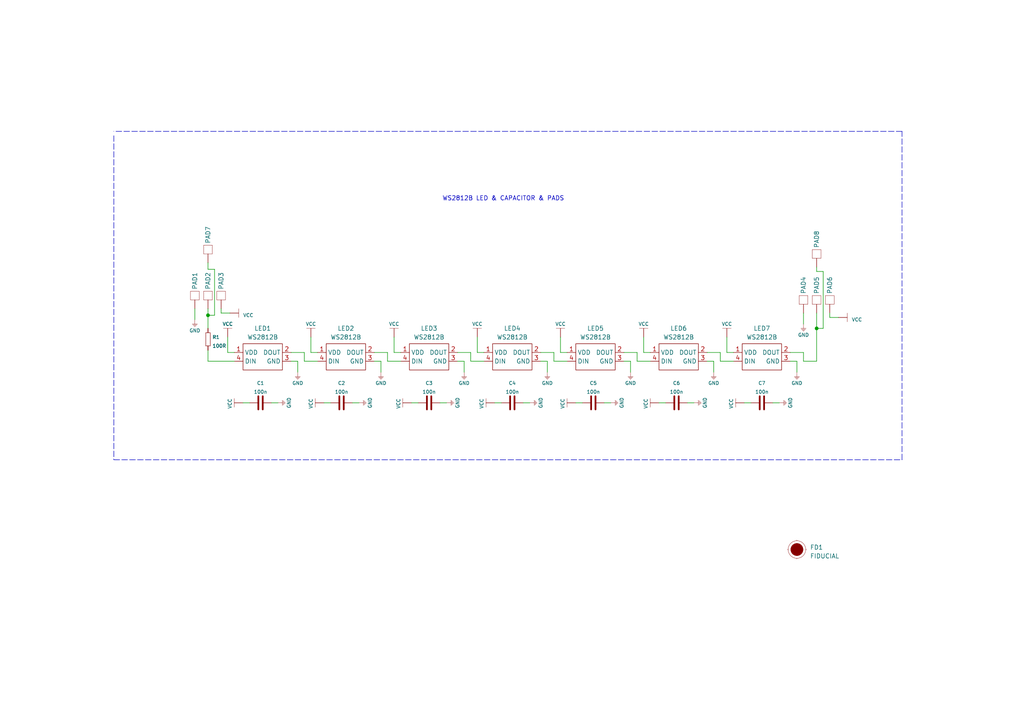
<source format=kicad_sch>
(kicad_sch (version 20211123) (generator eeschema)

  (uuid 25e546e1-a985-4f88-be34-40499372279d)

  (paper "A4")

  (title_block
    (title "WS2812B LED Ring7")
    (date "2021-07-26")
    (rev "v1.0.0.")
    (company "SOLDERED")
    (comment 1 "333055")
  )

  (lib_symbols
    (symbol "e-radionica.com schematics:0603C" (pin_numbers hide) (pin_names (offset 0.002)) (in_bom yes) (on_board yes)
      (property "Reference" "C" (id 0) (at -0.635 3.175 0)
        (effects (font (size 1 1)))
      )
      (property "Value" "0603C" (id 1) (at 0 -3.175 0)
        (effects (font (size 1 1)))
      )
      (property "Footprint" "e-radionica.com footprinti:0603C" (id 2) (at 0 0 0)
        (effects (font (size 1 1)) hide)
      )
      (property "Datasheet" "" (id 3) (at 0 0 0)
        (effects (font (size 1 1)) hide)
      )
      (symbol "0603C_0_1"
        (polyline
          (pts
            (xy -0.635 1.905)
            (xy -0.635 -1.905)
          )
          (stroke (width 0.5) (type default) (color 0 0 0 0))
          (fill (type none))
        )
        (polyline
          (pts
            (xy 0.635 1.905)
            (xy 0.635 -1.905)
          )
          (stroke (width 0.5) (type default) (color 0 0 0 0))
          (fill (type none))
        )
      )
      (symbol "0603C_1_1"
        (pin passive line (at -3.175 0 0) (length 2.54)
          (name "~" (effects (font (size 1.27 1.27))))
          (number "1" (effects (font (size 1.27 1.27))))
        )
        (pin passive line (at 3.175 0 180) (length 2.54)
          (name "~" (effects (font (size 1.27 1.27))))
          (number "2" (effects (font (size 1.27 1.27))))
        )
      )
    )
    (symbol "e-radionica.com schematics:0603R" (pin_numbers hide) (pin_names (offset 0.254)) (in_bom yes) (on_board yes)
      (property "Reference" "R" (id 0) (at -1.905 1.905 0)
        (effects (font (size 1 1)))
      )
      (property "Value" "0603R" (id 1) (at 0 -1.905 0)
        (effects (font (size 1 1)))
      )
      (property "Footprint" "e-radionica.com footprinti:0603R" (id 2) (at -0.635 1.905 0)
        (effects (font (size 1 1)) hide)
      )
      (property "Datasheet" "" (id 3) (at -0.635 1.905 0)
        (effects (font (size 1 1)) hide)
      )
      (symbol "0603R_0_1"
        (rectangle (start -1.905 -0.635) (end 1.905 -0.6604)
          (stroke (width 0.1) (type default) (color 0 0 0 0))
          (fill (type none))
        )
        (rectangle (start -1.905 0.635) (end -1.8796 -0.635)
          (stroke (width 0.1) (type default) (color 0 0 0 0))
          (fill (type none))
        )
        (rectangle (start -1.905 0.635) (end 1.905 0.6096)
          (stroke (width 0.1) (type default) (color 0 0 0 0))
          (fill (type none))
        )
        (rectangle (start 1.905 0.635) (end 1.9304 -0.635)
          (stroke (width 0.1) (type default) (color 0 0 0 0))
          (fill (type none))
        )
      )
      (symbol "0603R_1_1"
        (pin passive line (at -3.175 0 0) (length 1.27)
          (name "~" (effects (font (size 1.27 1.27))))
          (number "1" (effects (font (size 1.27 1.27))))
        )
        (pin passive line (at 3.175 0 180) (length 1.27)
          (name "~" (effects (font (size 1.27 1.27))))
          (number "2" (effects (font (size 1.27 1.27))))
        )
      )
    )
    (symbol "e-radionica.com schematics:FIDUCIAL" (in_bom no) (on_board yes)
      (property "Reference" "FD" (id 0) (at 0 3.81 0)
        (effects (font (size 1.27 1.27)))
      )
      (property "Value" "FIDUCIAL" (id 1) (at 0 -3.81 0)
        (effects (font (size 1.27 1.27)))
      )
      (property "Footprint" "e-radionica.com footprinti:FIDUCIAL_23" (id 2) (at 0.254 -5.334 0)
        (effects (font (size 1.27 1.27)) hide)
      )
      (property "Datasheet" "" (id 3) (at 0 0 0)
        (effects (font (size 1.27 1.27)) hide)
      )
      (symbol "FIDUCIAL_0_1"
        (polyline
          (pts
            (xy -2.54 0)
            (xy -2.794 0)
          )
          (stroke (width 0.0006) (type default) (color 0 0 0 0))
          (fill (type none))
        )
        (polyline
          (pts
            (xy 0 -2.54)
            (xy 0 -2.794)
          )
          (stroke (width 0.0006) (type default) (color 0 0 0 0))
          (fill (type none))
        )
        (polyline
          (pts
            (xy 0 2.54)
            (xy 0 2.794)
          )
          (stroke (width 0.0006) (type default) (color 0 0 0 0))
          (fill (type none))
        )
        (polyline
          (pts
            (xy 2.54 0)
            (xy 2.794 0)
          )
          (stroke (width 0.0006) (type default) (color 0 0 0 0))
          (fill (type none))
        )
        (circle (center 0 0) (radius 1.7961)
          (stroke (width 0.001) (type default) (color 0 0 0 0))
          (fill (type outline))
        )
        (circle (center 0 0) (radius 2.54)
          (stroke (width 0.0006) (type default) (color 0 0 0 0))
          (fill (type none))
        )
      )
    )
    (symbol "e-radionica.com schematics:GND" (power) (pin_names (offset 0)) (in_bom yes) (on_board yes)
      (property "Reference" "#PWR" (id 0) (at 4.445 0 0)
        (effects (font (size 1 1)) hide)
      )
      (property "Value" "GND" (id 1) (at 0 -2.921 0)
        (effects (font (size 1 1)))
      )
      (property "Footprint" "" (id 2) (at 4.445 3.81 0)
        (effects (font (size 1 1)) hide)
      )
      (property "Datasheet" "" (id 3) (at 4.445 3.81 0)
        (effects (font (size 1 1)) hide)
      )
      (property "ki_keywords" "power-flag" (id 4) (at 0 0 0)
        (effects (font (size 1.27 1.27)) hide)
      )
      (property "ki_description" "Power symbol creates a global label with name \"GND\"" (id 5) (at 0 0 0)
        (effects (font (size 1.27 1.27)) hide)
      )
      (symbol "GND_0_1"
        (polyline
          (pts
            (xy -0.762 -1.27)
            (xy 0.762 -1.27)
          )
          (stroke (width 0.0006) (type default) (color 0 0 0 0))
          (fill (type none))
        )
        (polyline
          (pts
            (xy -0.635 -1.524)
            (xy 0.635 -1.524)
          )
          (stroke (width 0.0006) (type default) (color 0 0 0 0))
          (fill (type none))
        )
        (polyline
          (pts
            (xy -0.381 -1.778)
            (xy 0.381 -1.778)
          )
          (stroke (width 0.0006) (type default) (color 0 0 0 0))
          (fill (type none))
        )
        (polyline
          (pts
            (xy -0.127 -2.032)
            (xy 0.127 -2.032)
          )
          (stroke (width 0.0006) (type default) (color 0 0 0 0))
          (fill (type none))
        )
        (polyline
          (pts
            (xy 0 0)
            (xy 0 -1.27)
          )
          (stroke (width 0.0006) (type default) (color 0 0 0 0))
          (fill (type none))
        )
      )
      (symbol "GND_1_1"
        (pin power_in line (at 0 0 270) (length 0) hide
          (name "GND" (effects (font (size 1.27 1.27))))
          (number "1" (effects (font (size 1.27 1.27))))
        )
      )
    )
    (symbol "e-radionica.com schematics:PAD_2x1.5" (pin_numbers hide) (pin_names hide) (in_bom yes) (on_board yes)
      (property "Reference" "PAD" (id 0) (at 0 2.54 0)
        (effects (font (size 1.27 1.27)))
      )
      (property "Value" "PAD_2x1.5" (id 1) (at 0 -2.54 0)
        (effects (font (size 1.27 1.27)))
      )
      (property "Footprint" "e-radionica.com footprinti:PAD_2x1.5" (id 2) (at -1.27 -3.81 0)
        (effects (font (size 1.27 1.27)) hide)
      )
      (property "Datasheet" "" (id 3) (at -1.27 0 0)
        (effects (font (size 1.27 1.27)) hide)
      )
      (symbol "PAD_2x1.5_0_1"
        (rectangle (start -1.27 1.27) (end 1.27 -1.27)
          (stroke (width 0.0006) (type default) (color 0 0 0 0))
          (fill (type none))
        )
      )
      (symbol "PAD_2x1.5_1_1"
        (pin passive line (at -3.81 0 0) (length 2.54)
          (name "~" (effects (font (size 1.27 1.27))))
          (number "1" (effects (font (size 1.27 1.27))))
        )
      )
    )
    (symbol "e-radionica.com schematics:VCC" (power) (pin_names (offset 0)) (in_bom yes) (on_board yes)
      (property "Reference" "#PWR" (id 0) (at 4.445 0 0)
        (effects (font (size 1 1)) hide)
      )
      (property "Value" "VCC" (id 1) (at 0 3.556 0)
        (effects (font (size 1 1)))
      )
      (property "Footprint" "" (id 2) (at 4.445 3.81 0)
        (effects (font (size 1 1)) hide)
      )
      (property "Datasheet" "" (id 3) (at 4.445 3.81 0)
        (effects (font (size 1 1)) hide)
      )
      (property "ki_keywords" "power-flag" (id 4) (at 0 0 0)
        (effects (font (size 1.27 1.27)) hide)
      )
      (property "ki_description" "Power symbol creates a global label with name \"VCC\"" (id 5) (at 0 0 0)
        (effects (font (size 1.27 1.27)) hide)
      )
      (symbol "VCC_0_1"
        (polyline
          (pts
            (xy -1.27 2.54)
            (xy 1.27 2.54)
          )
          (stroke (width 0.0006) (type default) (color 0 0 0 0))
          (fill (type none))
        )
        (polyline
          (pts
            (xy 0 0)
            (xy 0 2.54)
          )
          (stroke (width 0) (type default) (color 0 0 0 0))
          (fill (type none))
        )
      )
      (symbol "VCC_1_1"
        (pin power_in line (at 0 0 90) (length 0) hide
          (name "VCC" (effects (font (size 1.27 1.27))))
          (number "1" (effects (font (size 1.27 1.27))))
        )
      )
    )
    (symbol "e-radionica.com schematics:WS2812B" (in_bom yes) (on_board yes)
      (property "Reference" "LED?" (id 0) (at 2.54 5.08 0)
        (effects (font (size 1.27 1.27)))
      )
      (property "Value" "WS2812B" (id 1) (at 1.27 -5.08 0)
        (effects (font (size 1.27 1.27)))
      )
      (property "Footprint" "e-radionica.com footprinti:WS2812B LED" (id 2) (at 1.27 -8.89 0)
        (effects (font (size 1.27 1.27)) hide)
      )
      (property "Datasheet" "" (id 3) (at 1.27 -8.89 0)
        (effects (font (size 1.27 1.27)) hide)
      )
      (symbol "WS2812B_0_1"
        (polyline
          (pts
            (xy -5.08 3.81)
            (xy 6.35 3.81)
            (xy 6.35 -3.81)
            (xy -5.08 -3.81)
            (xy -5.08 3.81)
          )
          (stroke (width 0.1524) (type default) (color 0 0 0 0))
          (fill (type none))
        )
      )
      (symbol "WS2812B_1_1"
        (pin input line (at -7.62 1.27 0) (length 2.54)
          (name "VDD" (effects (font (size 1.27 1.27))))
          (number "1" (effects (font (size 1.27 1.27))))
        )
        (pin input line (at 8.89 1.27 180) (length 2.54)
          (name "DOUT" (effects (font (size 1.27 1.27))))
          (number "2" (effects (font (size 1.27 1.27))))
        )
        (pin input line (at 8.89 -1.27 180) (length 2.54)
          (name "GND" (effects (font (size 1.27 1.27))))
          (number "3" (effects (font (size 1.27 1.27))))
        )
        (pin input line (at -7.62 -1.27 0) (length 2.54)
          (name "DIN" (effects (font (size 1.27 1.27))))
          (number "4" (effects (font (size 1.27 1.27))))
        )
      )
    )
  )

  (junction (at 60.325 91.44) (diameter 0.9144) (color 0 0 0 0)
    (uuid 03c52831-5dc5-43c5-a442-8d23643b46fb)
  )
  (junction (at 236.855 95.25) (diameter 0.9144) (color 0 0 0 0)
    (uuid a1823eb2-fb0d-4ed8-8b96-04184ac3a9d5)
  )

  (wire (pts (xy 208.915 102.235) (xy 208.915 104.775))
    (stroke (width 0) (type solid) (color 0 0 0 0))
    (uuid 03f0db48-54ab-4e40-a40b-ef8ae62d44bb)
  )
  (wire (pts (xy 180.975 102.235) (xy 184.785 102.235))
    (stroke (width 0) (type solid) (color 0 0 0 0))
    (uuid 09db198b-fc2d-437a-aa90-a22c4443f79d)
  )
  (wire (pts (xy 160.655 102.235) (xy 160.655 104.775))
    (stroke (width 0) (type solid) (color 0 0 0 0))
    (uuid 0a2c5e91-aee9-44e9-b447-3b35387d8ff6)
  )
  (wire (pts (xy 90.17 97.79) (xy 90.17 102.235))
    (stroke (width 0) (type solid) (color 0 0 0 0))
    (uuid 0d722258-962f-428b-9cf1-a05b2a04527f)
  )
  (wire (pts (xy 156.845 102.235) (xy 160.655 102.235))
    (stroke (width 0) (type solid) (color 0 0 0 0))
    (uuid 0e5a41d0-0eba-41e2-97bc-f1f127792b46)
  )
  (wire (pts (xy 64.135 89.535) (xy 64.135 90.805))
    (stroke (width 0) (type solid) (color 0 0 0 0))
    (uuid 13d8c093-8317-4469-a5fd-6d2cdddbbc1b)
  )
  (wire (pts (xy 64.135 90.805) (xy 66.675 90.805))
    (stroke (width 0) (type solid) (color 0 0 0 0))
    (uuid 13d8c093-8317-4469-a5fd-6d2cdddbbc1c)
  )
  (wire (pts (xy 143.51 116.84) (xy 145.415 116.84))
    (stroke (width 0) (type solid) (color 0 0 0 0))
    (uuid 19a02ba9-a9f8-474d-bf72-87dbf6882c9a)
  )
  (wire (pts (xy 188.595 102.235) (xy 186.69 102.235))
    (stroke (width 0) (type solid) (color 0 0 0 0))
    (uuid 1a113027-28f6-43fb-bde4-7a30c7f21f7d)
  )
  (wire (pts (xy 156.845 104.775) (xy 158.75 104.775))
    (stroke (width 0) (type solid) (color 0 0 0 0))
    (uuid 1a4b786b-502b-40bd-9c18-d10cac4eeba2)
  )
  (wire (pts (xy 112.395 102.235) (xy 112.395 104.775))
    (stroke (width 0) (type solid) (color 0 0 0 0))
    (uuid 1eb847af-05df-4bea-b8ed-a160c42de6ad)
  )
  (wire (pts (xy 92.075 102.235) (xy 90.17 102.235))
    (stroke (width 0) (type solid) (color 0 0 0 0))
    (uuid 1f92231c-172f-47de-9b31-27b200fc9aa6)
  )
  (wire (pts (xy 167.005 116.84) (xy 168.91 116.84))
    (stroke (width 0) (type solid) (color 0 0 0 0))
    (uuid 20dba83e-7100-43d5-b1a7-fbec56bde5f1)
  )
  (wire (pts (xy 233.045 102.235) (xy 233.045 104.775))
    (stroke (width 0) (type solid) (color 0 0 0 0))
    (uuid 2796ea78-c8a7-4b87-90bc-a3eb644ea3be)
  )
  (wire (pts (xy 162.56 97.79) (xy 162.56 102.235))
    (stroke (width 0) (type solid) (color 0 0 0 0))
    (uuid 27f59910-b4f9-4e9f-a383-da8db02db81b)
  )
  (wire (pts (xy 231.14 104.775) (xy 231.14 107.95))
    (stroke (width 0) (type solid) (color 0 0 0 0))
    (uuid 28c32689-be4c-4ab9-becf-6716ccdb81ce)
  )
  (wire (pts (xy 136.525 102.235) (xy 136.525 104.775))
    (stroke (width 0) (type solid) (color 0 0 0 0))
    (uuid 2d9528c5-37e7-45d4-849e-886951e2770e)
  )
  (wire (pts (xy 116.205 102.235) (xy 114.3 102.235))
    (stroke (width 0) (type solid) (color 0 0 0 0))
    (uuid 2fd88cee-cf12-4234-bf70-5ae090e33b3c)
  )
  (wire (pts (xy 210.82 97.79) (xy 210.82 102.235))
    (stroke (width 0) (type solid) (color 0 0 0 0))
    (uuid 2fd892ea-694f-460d-8c4e-67e0f6499958)
  )
  (wire (pts (xy 134.62 104.775) (xy 134.62 107.95))
    (stroke (width 0) (type solid) (color 0 0 0 0))
    (uuid 310e850c-3d43-467d-871f-77230e9a4c27)
  )
  (wire (pts (xy 184.785 102.235) (xy 184.785 104.775))
    (stroke (width 0) (type solid) (color 0 0 0 0))
    (uuid 318a3970-1b25-4558-ba0e-02b91de83e5f)
  )
  (wire (pts (xy 233.045 90.805) (xy 233.045 93.98))
    (stroke (width 0) (type solid) (color 0 0 0 0))
    (uuid 36e9d64e-8d67-4e51-92b9-71a7df635a84)
  )
  (wire (pts (xy 191.135 116.84) (xy 193.04 116.84))
    (stroke (width 0) (type solid) (color 0 0 0 0))
    (uuid 39a3b792-843d-4184-9c5c-f189d03aa10d)
  )
  (wire (pts (xy 182.88 104.775) (xy 182.88 107.95))
    (stroke (width 0) (type solid) (color 0 0 0 0))
    (uuid 3c94a8bc-05a9-49a4-a430-2b7976f519bb)
  )
  (wire (pts (xy 112.395 104.775) (xy 116.205 104.775))
    (stroke (width 0) (type solid) (color 0 0 0 0))
    (uuid 3cd6ba57-bfb7-4981-8b32-0ac3649a7dd4)
  )
  (wire (pts (xy 140.335 102.235) (xy 138.43 102.235))
    (stroke (width 0) (type solid) (color 0 0 0 0))
    (uuid 3d0523c7-4eaf-41fc-96f1-9228d00ac879)
  )
  (wire (pts (xy 164.465 102.235) (xy 162.56 102.235))
    (stroke (width 0) (type solid) (color 0 0 0 0))
    (uuid 44c20a3e-3262-41bf-bc1a-1f9e29388971)
  )
  (wire (pts (xy 119.38 116.84) (xy 121.285 116.84))
    (stroke (width 0) (type solid) (color 0 0 0 0))
    (uuid 48cd9fb8-e2f7-4d73-8b61-c49c76827bac)
  )
  (wire (pts (xy 199.39 116.84) (xy 201.295 116.84))
    (stroke (width 0) (type solid) (color 0 0 0 0))
    (uuid 4d7fb855-fed4-4040-9515-7b284f6de82f)
  )
  (wire (pts (xy 180.975 104.775) (xy 182.88 104.775))
    (stroke (width 0) (type solid) (color 0 0 0 0))
    (uuid 4e9bdf3f-0903-4fa7-9e66-eb29ea61b50b)
  )
  (wire (pts (xy 205.105 104.775) (xy 207.01 104.775))
    (stroke (width 0) (type solid) (color 0 0 0 0))
    (uuid 55db07c5-4573-4dd9-9e3b-9508eb739c10)
  )
  (wire (pts (xy 229.235 102.235) (xy 233.045 102.235))
    (stroke (width 0) (type solid) (color 0 0 0 0))
    (uuid 613865a0-51c6-455a-9919-b587303df36d)
  )
  (wire (pts (xy 158.75 104.775) (xy 158.75 107.95))
    (stroke (width 0) (type solid) (color 0 0 0 0))
    (uuid 6e12aa60-44da-4eb1-b16d-4a5cb97c2e07)
  )
  (wire (pts (xy 78.74 116.84) (xy 80.645 116.84))
    (stroke (width 0) (type solid) (color 0 0 0 0))
    (uuid 6e933b3f-d318-478f-832a-0c24555d003b)
  )
  (wire (pts (xy 186.69 97.79) (xy 186.69 102.235))
    (stroke (width 0) (type solid) (color 0 0 0 0))
    (uuid 7b483bf7-c5b0-4d4b-bd5e-6068d62a5264)
  )
  (wire (pts (xy 175.26 116.84) (xy 177.165 116.84))
    (stroke (width 0) (type solid) (color 0 0 0 0))
    (uuid 7ddcf036-8c5e-40c5-8abe-f8f7e903d207)
  )
  (wire (pts (xy 138.43 97.79) (xy 138.43 102.235))
    (stroke (width 0) (type solid) (color 0 0 0 0))
    (uuid 805ce536-38b3-465d-a6da-aee087b866ea)
  )
  (wire (pts (xy 127.635 116.84) (xy 129.54 116.84))
    (stroke (width 0) (type solid) (color 0 0 0 0))
    (uuid 8a2cd5ec-afb5-4dd0-bc31-85584485cb60)
  )
  (wire (pts (xy 233.045 104.775) (xy 236.855 104.775))
    (stroke (width 0) (type solid) (color 0 0 0 0))
    (uuid 8f9bef59-7b9d-4e93-ba43-a0e027a77b77)
  )
  (wire (pts (xy 70.485 116.84) (xy 72.39 116.84))
    (stroke (width 0) (type solid) (color 0 0 0 0))
    (uuid 9288ce86-1f03-45ec-b81f-5f2a0da58038)
  )
  (wire (pts (xy 132.715 104.775) (xy 134.62 104.775))
    (stroke (width 0) (type solid) (color 0 0 0 0))
    (uuid 969388e5-6a2e-4daa-aa39-939ae4d88a12)
  )
  (wire (pts (xy 102.235 116.84) (xy 104.14 116.84))
    (stroke (width 0) (type solid) (color 0 0 0 0))
    (uuid 9710960f-95fd-4876-b64f-671e27d86f87)
  )
  (wire (pts (xy 240.665 92.075) (xy 243.205 92.075))
    (stroke (width 0) (type solid) (color 0 0 0 0))
    (uuid 9877792c-792e-4f1a-bc6f-cf5f32d9f502)
  )
  (wire (pts (xy 93.98 116.84) (xy 95.885 116.84))
    (stroke (width 0) (type solid) (color 0 0 0 0))
    (uuid 998129b0-4562-4e07-b54f-592fe4054111)
  )
  (wire (pts (xy 151.765 116.84) (xy 153.67 116.84))
    (stroke (width 0) (type solid) (color 0 0 0 0))
    (uuid a0a3ec31-ab23-4495-a0a9-20f5f0d4bd06)
  )
  (wire (pts (xy 114.3 97.79) (xy 114.3 102.235))
    (stroke (width 0) (type solid) (color 0 0 0 0))
    (uuid a4c07f5c-0e9d-451b-903a-c665e34b24f2)
  )
  (wire (pts (xy 136.525 104.775) (xy 140.335 104.775))
    (stroke (width 0) (type solid) (color 0 0 0 0))
    (uuid b12dab3d-1069-4c72-b052-39f87db0d675)
  )
  (wire (pts (xy 60.325 89.535) (xy 60.325 91.44))
    (stroke (width 0) (type solid) (color 0 0 0 0))
    (uuid b8495cad-c58c-4cc5-be96-10f62d3d7444)
  )
  (wire (pts (xy 60.325 91.44) (xy 60.325 95.25))
    (stroke (width 0) (type solid) (color 0 0 0 0))
    (uuid b8495cad-c58c-4cc5-be96-10f62d3d7445)
  )
  (wire (pts (xy 208.915 104.775) (xy 212.725 104.775))
    (stroke (width 0) (type solid) (color 0 0 0 0))
    (uuid b9793e78-bfaa-4c4a-bb0f-9f79bf46afd4)
  )
  (wire (pts (xy 60.325 76.2) (xy 60.325 78.105))
    (stroke (width 0) (type solid) (color 0 0 0 0))
    (uuid bc02871c-be0f-4ef4-87c0-bdbe7a80f7fe)
  )
  (wire (pts (xy 60.325 78.105) (xy 62.23 78.105))
    (stroke (width 0) (type solid) (color 0 0 0 0))
    (uuid bc02871c-be0f-4ef4-87c0-bdbe7a80f7ff)
  )
  (wire (pts (xy 62.23 78.105) (xy 62.23 91.44))
    (stroke (width 0) (type solid) (color 0 0 0 0))
    (uuid bc02871c-be0f-4ef4-87c0-bdbe7a80f800)
  )
  (wire (pts (xy 62.23 91.44) (xy 60.325 91.44))
    (stroke (width 0) (type solid) (color 0 0 0 0))
    (uuid bc02871c-be0f-4ef4-87c0-bdbe7a80f801)
  )
  (wire (pts (xy 84.455 104.775) (xy 86.36 104.775))
    (stroke (width 0) (type solid) (color 0 0 0 0))
    (uuid bc5d0294-a18d-4c1c-bac4-ccc096dce471)
  )
  (wire (pts (xy 86.36 104.775) (xy 86.36 107.95))
    (stroke (width 0) (type solid) (color 0 0 0 0))
    (uuid bc5d0294-a18d-4c1c-bac4-ccc096dce472)
  )
  (wire (pts (xy 236.855 90.805) (xy 236.855 95.25))
    (stroke (width 0) (type solid) (color 0 0 0 0))
    (uuid bd783540-876c-4ca7-b94c-df506bade6a7)
  )
  (wire (pts (xy 236.855 95.25) (xy 236.855 104.775))
    (stroke (width 0) (type solid) (color 0 0 0 0))
    (uuid bd783540-876c-4ca7-b94c-df506bade6a8)
  )
  (wire (pts (xy 56.515 89.535) (xy 56.515 92.71))
    (stroke (width 0) (type solid) (color 0 0 0 0))
    (uuid c45bd5e8-6c78-43c2-9bbb-5cc57954d2da)
  )
  (wire (pts (xy 229.235 104.775) (xy 231.14 104.775))
    (stroke (width 0) (type solid) (color 0 0 0 0))
    (uuid c822a6ab-9042-4068-a159-08b60ab88a2c)
  )
  (wire (pts (xy 224.155 116.84) (xy 226.06 116.84))
    (stroke (width 0) (type solid) (color 0 0 0 0))
    (uuid d2303127-9fe7-4110-a205-504347be0b53)
  )
  (wire (pts (xy 240.665 90.805) (xy 240.665 92.075))
    (stroke (width 0) (type solid) (color 0 0 0 0))
    (uuid d71c8efd-94ff-4905-a3d4-9c7ed9ada62c)
  )
  (polyline (pts (xy 33.02 39.37) (xy 33.02 133.35))
    (stroke (width 0) (type dash) (color 0 0 0 0))
    (uuid d90abf4d-8397-46d1-b392-217f55f874e3)
  )
  (polyline (pts (xy 33.02 133.35) (xy 261.62 133.35))
    (stroke (width 0) (type dash) (color 0 0 0 0))
    (uuid d90abf4d-8397-46d1-b392-217f55f874e4)
  )
  (polyline (pts (xy 261.62 38.1) (xy 33.02 38.1))
    (stroke (width 0) (type dash) (color 0 0 0 0))
    (uuid d90abf4d-8397-46d1-b392-217f55f874e5)
  )
  (polyline (pts (xy 261.62 133.35) (xy 261.62 38.1))
    (stroke (width 0) (type dash) (color 0 0 0 0))
    (uuid d90abf4d-8397-46d1-b392-217f55f874e6)
  )

  (wire (pts (xy 184.785 104.775) (xy 188.595 104.775))
    (stroke (width 0) (type solid) (color 0 0 0 0))
    (uuid d988248d-d719-4a7e-9b7f-b94aa67f4ba0)
  )
  (wire (pts (xy 160.655 104.775) (xy 164.465 104.775))
    (stroke (width 0) (type solid) (color 0 0 0 0))
    (uuid d9ec3a20-c04b-4b46-94f5-e0bf33aa578a)
  )
  (wire (pts (xy 207.01 104.775) (xy 207.01 107.95))
    (stroke (width 0) (type solid) (color 0 0 0 0))
    (uuid dc10deff-a714-45dc-8d20-07eddc966478)
  )
  (wire (pts (xy 60.325 101.6) (xy 60.325 104.775))
    (stroke (width 0) (type solid) (color 0 0 0 0))
    (uuid dc5f1b5c-3464-4e80-8b26-e9bacc0fd347)
  )
  (wire (pts (xy 60.325 104.775) (xy 67.945 104.775))
    (stroke (width 0) (type solid) (color 0 0 0 0))
    (uuid dc5f1b5c-3464-4e80-8b26-e9bacc0fd348)
  )
  (wire (pts (xy 66.04 97.79) (xy 66.04 102.235))
    (stroke (width 0) (type solid) (color 0 0 0 0))
    (uuid e3675d4e-e7c9-4749-8966-4a7ae0d9c7f5)
  )
  (wire (pts (xy 67.945 102.235) (xy 66.04 102.235))
    (stroke (width 0) (type solid) (color 0 0 0 0))
    (uuid e3675d4e-e7c9-4749-8966-4a7ae0d9c7f6)
  )
  (wire (pts (xy 205.105 102.235) (xy 208.915 102.235))
    (stroke (width 0) (type solid) (color 0 0 0 0))
    (uuid ecb1b1ec-3823-4c9d-a45a-5a565495f8a7)
  )
  (wire (pts (xy 236.855 77.47) (xy 236.855 78.74))
    (stroke (width 0) (type solid) (color 0 0 0 0))
    (uuid ed0b8833-eb6e-4d8f-9fcb-1a094972841b)
  )
  (wire (pts (xy 236.855 78.74) (xy 238.76 78.74))
    (stroke (width 0) (type solid) (color 0 0 0 0))
    (uuid ed0b8833-eb6e-4d8f-9fcb-1a094972841c)
  )
  (wire (pts (xy 238.76 78.74) (xy 238.76 95.25))
    (stroke (width 0) (type solid) (color 0 0 0 0))
    (uuid ed0b8833-eb6e-4d8f-9fcb-1a094972841d)
  )
  (wire (pts (xy 238.76 95.25) (xy 236.855 95.25))
    (stroke (width 0) (type solid) (color 0 0 0 0))
    (uuid ed0b8833-eb6e-4d8f-9fcb-1a094972841e)
  )
  (wire (pts (xy 108.585 104.775) (xy 110.49 104.775))
    (stroke (width 0) (type solid) (color 0 0 0 0))
    (uuid f18581f0-8483-49f5-9e57-15d53e1641cc)
  )
  (wire (pts (xy 84.455 102.235) (xy 88.265 102.235))
    (stroke (width 0) (type solid) (color 0 0 0 0))
    (uuid f4acc565-bd77-4023-b5e1-4cf117ecc7fc)
  )
  (wire (pts (xy 88.265 102.235) (xy 88.265 104.775))
    (stroke (width 0) (type solid) (color 0 0 0 0))
    (uuid f4acc565-bd77-4023-b5e1-4cf117ecc7fd)
  )
  (wire (pts (xy 88.265 104.775) (xy 92.075 104.775))
    (stroke (width 0) (type solid) (color 0 0 0 0))
    (uuid f4acc565-bd77-4023-b5e1-4cf117ecc7fe)
  )
  (wire (pts (xy 110.49 104.775) (xy 110.49 107.95))
    (stroke (width 0) (type solid) (color 0 0 0 0))
    (uuid f835d3fb-6878-4461-a942-998b698c0fe6)
  )
  (wire (pts (xy 108.585 102.235) (xy 112.395 102.235))
    (stroke (width 0) (type solid) (color 0 0 0 0))
    (uuid f8f2ab57-d9fa-4daa-8128-9e8fd824cfc5)
  )
  (wire (pts (xy 132.715 102.235) (xy 136.525 102.235))
    (stroke (width 0) (type solid) (color 0 0 0 0))
    (uuid fe7d01c3-77a8-43ee-97e0-8832c814898e)
  )
  (wire (pts (xy 215.9 116.84) (xy 217.805 116.84))
    (stroke (width 0) (type solid) (color 0 0 0 0))
    (uuid fea702e2-35a5-4e57-a557-98c9b653fff6)
  )
  (wire (pts (xy 212.725 102.235) (xy 210.82 102.235))
    (stroke (width 0) (type solid) (color 0 0 0 0))
    (uuid fef8b41d-37d4-403b-929b-952a0e8337db)
  )

  (text "WS2812B LED & CAPACITOR & PADS" (at 128.27 58.42 0)
    (effects (font (size 1.27 1.27)) (justify left bottom))
    (uuid d1251295-6582-4946-9ab7-5add18dae4dd)
  )

  (symbol (lib_id "e-radionica.com schematics:GND") (at 56.515 92.71 0) (mirror y) (unit 1)
    (in_bom yes) (on_board yes)
    (uuid 01623b28-763b-4024-90cd-b5c3c1ddd528)
    (property "Reference" "#PWR0144" (id 0) (at 52.07 92.71 0)
      (effects (font (size 1 1)) hide)
    )
    (property "Value" "GND" (id 1) (at 56.515 95.885 0)
      (effects (font (size 1 1)))
    )
    (property "Footprint" "" (id 2) (at 52.07 88.9 0)
      (effects (font (size 1 1)) hide)
    )
    (property "Datasheet" "" (id 3) (at 52.07 88.9 0)
      (effects (font (size 1 1)) hide)
    )
    (pin "1" (uuid 2ff94de9-feb8-4841-a301-6b3ce98eeba6))
  )

  (symbol (lib_id "e-radionica.com schematics:0603C") (at 220.98 116.84 0) (unit 1)
    (in_bom yes) (on_board yes) (fields_autoplaced)
    (uuid 0694eee9-df22-43fe-86a2-930ff9012af8)
    (property "Reference" "C7" (id 0) (at 220.98 111.125 0)
      (effects (font (size 1 1)))
    )
    (property "Value" "100n" (id 1) (at 220.98 113.665 0)
      (effects (font (size 1 1)))
    )
    (property "Footprint" "e-radionica.com footprinti:0603C" (id 2) (at 220.98 116.84 0)
      (effects (font (size 1 1)) hide)
    )
    (property "Datasheet" "" (id 3) (at 220.98 116.84 0)
      (effects (font (size 1 1)) hide)
    )
    (pin "1" (uuid 31ef1c30-ac4d-44b8-a351-6569f25386a0))
    (pin "2" (uuid aa97392b-f807-486b-85b8-ae2df9fc33e0))
  )

  (symbol (lib_id "e-radionica.com schematics:WS2812B") (at 99.695 103.505 0) (unit 1)
    (in_bom yes) (on_board yes) (fields_autoplaced)
    (uuid 0c1866d7-e51a-4176-856e-e4fd44fd2898)
    (property "Reference" "LED2" (id 0) (at 100.33 95.25 0))
    (property "Value" "WS2812B" (id 1) (at 100.33 97.79 0))
    (property "Footprint" "e-radionica.com footprinti:WS2812B LED" (id 2) (at 100.965 112.395 0)
      (effects (font (size 1.27 1.27)) hide)
    )
    (property "Datasheet" "" (id 3) (at 100.965 112.395 0)
      (effects (font (size 1.27 1.27)) hide)
    )
    (pin "1" (uuid 8a449e1a-c369-4a6e-905d-71b85aec0621))
    (pin "2" (uuid d209b63f-5001-4c46-bf0c-67f30bb160eb))
    (pin "3" (uuid 290d2982-582c-4a3d-8436-7eb59a300cc1))
    (pin "4" (uuid 7f787fbd-3323-4d66-9af7-cf43665c24ea))
  )

  (symbol (lib_id "e-radionica.com schematics:VCC") (at 215.9 116.84 90) (unit 1)
    (in_bom yes) (on_board yes)
    (uuid 1127ab0d-9f07-4367-b230-ba7bef114fd8)
    (property "Reference" "#PWR0132" (id 0) (at 215.9 112.395 0)
      (effects (font (size 1 1)) hide)
    )
    (property "Value" "VCC" (id 1) (at 212.09 115.57 0)
      (effects (font (size 1 1)) (justify right))
    )
    (property "Footprint" "" (id 2) (at 212.09 112.395 0)
      (effects (font (size 1 1)) hide)
    )
    (property "Datasheet" "" (id 3) (at 212.09 112.395 0)
      (effects (font (size 1 1)) hide)
    )
    (pin "1" (uuid 47b31176-93b3-4085-8120-d1dc69dbb265))
  )

  (symbol (lib_id "e-radionica.com schematics:WS2812B") (at 220.345 103.505 0) (unit 1)
    (in_bom yes) (on_board yes) (fields_autoplaced)
    (uuid 141f8d2a-05fe-44e1-ae9a-af99f54e95ab)
    (property "Reference" "LED7" (id 0) (at 220.98 95.25 0))
    (property "Value" "WS2812B" (id 1) (at 220.98 97.79 0))
    (property "Footprint" "e-radionica.com footprinti:WS2812B LED" (id 2) (at 221.615 112.395 0)
      (effects (font (size 1.27 1.27)) hide)
    )
    (property "Datasheet" "" (id 3) (at 221.615 112.395 0)
      (effects (font (size 1.27 1.27)) hide)
    )
    (pin "1" (uuid ddc6969f-74fc-4d55-bed5-a65782c7f850))
    (pin "2" (uuid bb2beb3a-462b-4de6-a950-173df76a7e0f))
    (pin "3" (uuid 256d5892-0f64-425f-a2cf-3caaa7805b5e))
    (pin "4" (uuid 8eb0f886-3c78-4bcb-a81f-23f3b286190a))
  )

  (symbol (lib_id "e-radionica.com schematics:WS2812B") (at 172.085 103.505 0) (unit 1)
    (in_bom yes) (on_board yes) (fields_autoplaced)
    (uuid 19983094-5e65-4cc3-b6b4-87efe166562c)
    (property "Reference" "LED5" (id 0) (at 172.72 95.25 0))
    (property "Value" "WS2812B" (id 1) (at 172.72 97.79 0))
    (property "Footprint" "e-radionica.com footprinti:WS2812B LED" (id 2) (at 173.355 112.395 0)
      (effects (font (size 1.27 1.27)) hide)
    )
    (property "Datasheet" "" (id 3) (at 173.355 112.395 0)
      (effects (font (size 1.27 1.27)) hide)
    )
    (pin "1" (uuid cf29e08a-8d50-48cf-9765-747ccdfa6563))
    (pin "2" (uuid 089bb304-9b6b-4dc9-9036-b0c8cc08c5f6))
    (pin "3" (uuid a9ac7e77-dd63-49e6-b404-e9b2a42bdec8))
    (pin "4" (uuid adf74dfa-a490-4607-8bed-ba3f8408e372))
  )

  (symbol (lib_id "e-radionica.com schematics:VCC") (at 162.56 97.79 0) (unit 1)
    (in_bom yes) (on_board yes) (fields_autoplaced)
    (uuid 1bf4edd8-b1ad-4a4c-afb4-99c61e838c7b)
    (property "Reference" "#PWR0117" (id 0) (at 167.005 97.79 0)
      (effects (font (size 1 1)) hide)
    )
    (property "Value" "VCC" (id 1) (at 162.56 93.98 0)
      (effects (font (size 1 1)))
    )
    (property "Footprint" "" (id 2) (at 167.005 93.98 0)
      (effects (font (size 1 1)) hide)
    )
    (property "Datasheet" "" (id 3) (at 167.005 93.98 0)
      (effects (font (size 1 1)) hide)
    )
    (pin "1" (uuid 98dc4c8d-8438-4e13-a5d7-09b419fddc24))
  )

  (symbol (lib_id "e-radionica.com schematics:VCC") (at 114.3 97.79 0) (unit 1)
    (in_bom yes) (on_board yes) (fields_autoplaced)
    (uuid 220b412c-02b0-40cf-ac41-36ac41c3c59c)
    (property "Reference" "#PWR0109" (id 0) (at 118.745 97.79 0)
      (effects (font (size 1 1)) hide)
    )
    (property "Value" "VCC" (id 1) (at 114.3 93.98 0)
      (effects (font (size 1 1)))
    )
    (property "Footprint" "" (id 2) (at 118.745 93.98 0)
      (effects (font (size 1 1)) hide)
    )
    (property "Datasheet" "" (id 3) (at 118.745 93.98 0)
      (effects (font (size 1 1)) hide)
    )
    (pin "1" (uuid 5d3ca148-c754-44f9-af58-8434267c8b4d))
  )

  (symbol (lib_id "e-radionica.com schematics:VCC") (at 119.38 116.84 90) (unit 1)
    (in_bom yes) (on_board yes)
    (uuid 24dae30b-a483-41d4-b071-3031cf40e73c)
    (property "Reference" "#PWR0112" (id 0) (at 119.38 112.395 0)
      (effects (font (size 1 1)) hide)
    )
    (property "Value" "VCC" (id 1) (at 115.57 115.57 0)
      (effects (font (size 1 1)) (justify right))
    )
    (property "Footprint" "" (id 2) (at 115.57 112.395 0)
      (effects (font (size 1 1)) hide)
    )
    (property "Datasheet" "" (id 3) (at 115.57 112.395 0)
      (effects (font (size 1 1)) hide)
    )
    (pin "1" (uuid cac59eaf-d072-452b-906b-5e7d6fce8973))
  )

  (symbol (lib_id "e-radionica.com schematics:VCC") (at 138.43 97.79 0) (unit 1)
    (in_bom yes) (on_board yes) (fields_autoplaced)
    (uuid 292d29b2-498e-4307-b5e9-7fa9d15db2a8)
    (property "Reference" "#PWR0118" (id 0) (at 142.875 97.79 0)
      (effects (font (size 1 1)) hide)
    )
    (property "Value" "VCC" (id 1) (at 138.43 93.98 0)
      (effects (font (size 1 1)))
    )
    (property "Footprint" "" (id 2) (at 142.875 93.98 0)
      (effects (font (size 1 1)) hide)
    )
    (property "Datasheet" "" (id 3) (at 142.875 93.98 0)
      (effects (font (size 1 1)) hide)
    )
    (pin "1" (uuid e0c610a3-6472-4a98-b430-c4fb6808e8c1))
  )

  (symbol (lib_id "e-radionica.com schematics:FIDUCIAL") (at 231.14 159.385 0) (unit 1)
    (in_bom no) (on_board yes) (fields_autoplaced)
    (uuid 3599cc43-c855-4109-a4e6-cf7a19368f8c)
    (property "Reference" "FD1" (id 0) (at 234.95 158.7499 0)
      (effects (font (size 1.27 1.27)) (justify left))
    )
    (property "Value" "FIDUCIAL" (id 1) (at 234.95 161.2899 0)
      (effects (font (size 1.27 1.27)) (justify left))
    )
    (property "Footprint" "e-radionica.com footprinti:FIDUCIAL_23" (id 2) (at 231.394 164.719 0)
      (effects (font (size 1.27 1.27)) hide)
    )
    (property "Datasheet" "" (id 3) (at 231.14 159.385 0)
      (effects (font (size 1.27 1.27)) hide)
    )
  )

  (symbol (lib_id "e-radionica.com schematics:GND") (at 80.645 116.84 90) (unit 1)
    (in_bom yes) (on_board yes)
    (uuid 3a494e15-f3be-4b6a-ae78-19dab1cffa4e)
    (property "Reference" "#PWR0126" (id 0) (at 80.645 112.395 0)
      (effects (font (size 1 1)) hide)
    )
    (property "Value" "GND" (id 1) (at 83.82 116.84 0)
      (effects (font (size 1 1)))
    )
    (property "Footprint" "" (id 2) (at 76.835 112.395 0)
      (effects (font (size 1 1)) hide)
    )
    (property "Datasheet" "" (id 3) (at 76.835 112.395 0)
      (effects (font (size 1 1)) hide)
    )
    (pin "1" (uuid c5263a23-2bc4-4b34-ab52-e0cbbb953add))
  )

  (symbol (lib_id "e-radionica.com schematics:VCC") (at 167.005 116.84 90) (unit 1)
    (in_bom yes) (on_board yes)
    (uuid 3ccc8b51-7afa-48d4-a77c-3112b4032d93)
    (property "Reference" "#PWR0120" (id 0) (at 167.005 112.395 0)
      (effects (font (size 1 1)) hide)
    )
    (property "Value" "VCC" (id 1) (at 163.195 115.57 0)
      (effects (font (size 1 1)) (justify right))
    )
    (property "Footprint" "" (id 2) (at 163.195 112.395 0)
      (effects (font (size 1 1)) hide)
    )
    (property "Datasheet" "" (id 3) (at 163.195 112.395 0)
      (effects (font (size 1 1)) hide)
    )
    (pin "1" (uuid 152ec106-86cc-4dfd-880d-380e94700476))
  )

  (symbol (lib_id "e-radionica.com schematics:GND") (at 129.54 116.84 90) (unit 1)
    (in_bom yes) (on_board yes)
    (uuid 3fbcb652-fba5-489a-bdf5-0e166bb51aaf)
    (property "Reference" "#PWR0114" (id 0) (at 129.54 112.395 0)
      (effects (font (size 1 1)) hide)
    )
    (property "Value" "GND" (id 1) (at 132.715 116.84 0)
      (effects (font (size 1 1)))
    )
    (property "Footprint" "" (id 2) (at 125.73 112.395 0)
      (effects (font (size 1 1)) hide)
    )
    (property "Datasheet" "" (id 3) (at 125.73 112.395 0)
      (effects (font (size 1 1)) hide)
    )
    (pin "1" (uuid baf3d0c7-6063-44ad-a61c-05bfc11583b0))
  )

  (symbol (lib_id "e-radionica.com schematics:0603C") (at 124.46 116.84 0) (unit 1)
    (in_bom yes) (on_board yes) (fields_autoplaced)
    (uuid 41e6fe3c-1d82-484b-9972-38a86810e731)
    (property "Reference" "C3" (id 0) (at 124.46 111.125 0)
      (effects (font (size 1 1)))
    )
    (property "Value" "100n" (id 1) (at 124.46 113.665 0)
      (effects (font (size 1 1)))
    )
    (property "Footprint" "e-radionica.com footprinti:0603C" (id 2) (at 124.46 116.84 0)
      (effects (font (size 1 1)) hide)
    )
    (property "Datasheet" "" (id 3) (at 124.46 116.84 0)
      (effects (font (size 1 1)) hide)
    )
    (pin "1" (uuid daa683b5-221f-46bf-bbbf-fb4cc69b5f32))
    (pin "2" (uuid 5f531a6f-f24c-4ed4-984b-a547b1aed844))
  )

  (symbol (lib_id "e-radionica.com schematics:GND") (at 86.36 107.95 0) (unit 1)
    (in_bom yes) (on_board yes)
    (uuid 4553990a-b354-4e13-83fb-d51b701e07a5)
    (property "Reference" "#PWR0123" (id 0) (at 90.805 107.95 0)
      (effects (font (size 1 1)) hide)
    )
    (property "Value" "GND" (id 1) (at 86.36 111.125 0)
      (effects (font (size 1 1)))
    )
    (property "Footprint" "" (id 2) (at 90.805 104.14 0)
      (effects (font (size 1 1)) hide)
    )
    (property "Datasheet" "" (id 3) (at 90.805 104.14 0)
      (effects (font (size 1 1)) hide)
    )
    (pin "1" (uuid 8b1676ac-ce41-4897-8293-50f7aa08265c))
  )

  (symbol (lib_id "e-radionica.com schematics:PAD_2x1.5") (at 60.325 85.725 90) (unit 1)
    (in_bom yes) (on_board yes)
    (uuid 4669c19d-82d3-43e0-b652-e4b1cfaf950b)
    (property "Reference" "PAD2" (id 0) (at 60.325 78.9302 0)
      (effects (font (size 1.27 1.27)) (justify right))
    )
    (property "Value" "PAD_2x1.5" (id 1) (at 62.865 89.0902 90)
      (effects (font (size 1.27 1.27)) (justify right) hide)
    )
    (property "Footprint" "e-radionica.com footprinti:PAD_2x1.5" (id 2) (at 64.135 86.995 0)
      (effects (font (size 1.27 1.27)) hide)
    )
    (property "Datasheet" "" (id 3) (at 60.325 86.995 0)
      (effects (font (size 1.27 1.27)) hide)
    )
    (pin "1" (uuid d2b31768-1cb2-4a54-a255-2607ec273e6c))
  )

  (symbol (lib_id "e-radionica.com schematics:GND") (at 233.045 93.98 0) (mirror y) (unit 1)
    (in_bom yes) (on_board yes)
    (uuid 4935e9d6-ddfe-4639-a37b-dac849671977)
    (property "Reference" "#PWR0141" (id 0) (at 228.6 93.98 0)
      (effects (font (size 1 1)) hide)
    )
    (property "Value" "GND" (id 1) (at 233.045 97.155 0)
      (effects (font (size 1 1)))
    )
    (property "Footprint" "" (id 2) (at 228.6 90.17 0)
      (effects (font (size 1 1)) hide)
    )
    (property "Datasheet" "" (id 3) (at 228.6 90.17 0)
      (effects (font (size 1 1)) hide)
    )
    (pin "1" (uuid 7859a36c-1a15-439f-af44-cce8283e5740))
  )

  (symbol (lib_id "e-radionica.com schematics:WS2812B") (at 196.215 103.505 0) (unit 1)
    (in_bom yes) (on_board yes) (fields_autoplaced)
    (uuid 4d321044-1ccc-4282-a683-f10cf41baedf)
    (property "Reference" "LED6" (id 0) (at 196.85 95.25 0))
    (property "Value" "WS2812B" (id 1) (at 196.85 97.79 0))
    (property "Footprint" "e-radionica.com footprinti:WS2812B LED" (id 2) (at 197.485 112.395 0)
      (effects (font (size 1.27 1.27)) hide)
    )
    (property "Datasheet" "" (id 3) (at 197.485 112.395 0)
      (effects (font (size 1.27 1.27)) hide)
    )
    (pin "1" (uuid fe05ed42-40e6-4b49-abff-2a7d36926fc2))
    (pin "2" (uuid 08c95cee-c762-4564-9db1-34942e3eca00))
    (pin "3" (uuid d95ca4fc-3120-4573-88fa-ea2a83bc7214))
    (pin "4" (uuid 46d85c9e-0dcc-4241-ba51-c903f2df0e0b))
  )

  (symbol (lib_id "e-radionica.com schematics:PAD_2x1.5") (at 56.515 85.725 90) (unit 1)
    (in_bom yes) (on_board yes)
    (uuid 4f10d492-345c-4ce3-a448-af6e7d74b05c)
    (property "Reference" "PAD1" (id 0) (at 56.515 78.9302 0)
      (effects (font (size 1.27 1.27)) (justify right))
    )
    (property "Value" "PAD_2x1.5" (id 1) (at 59.055 89.0902 90)
      (effects (font (size 1.27 1.27)) (justify right) hide)
    )
    (property "Footprint" "e-radionica.com footprinti:PAD_2x1.5" (id 2) (at 60.325 86.995 0)
      (effects (font (size 1.27 1.27)) hide)
    )
    (property "Datasheet" "" (id 3) (at 56.515 86.995 0)
      (effects (font (size 1.27 1.27)) hide)
    )
    (pin "1" (uuid 4928f544-0d99-4f11-97ec-534e813bdec8))
  )

  (symbol (lib_id "e-radionica.com schematics:WS2812B") (at 123.825 103.505 0) (unit 1)
    (in_bom yes) (on_board yes) (fields_autoplaced)
    (uuid 523db007-5d1b-4e9b-a435-cbfef82d8abe)
    (property "Reference" "LED3" (id 0) (at 124.46 95.25 0))
    (property "Value" "WS2812B" (id 1) (at 124.46 97.79 0))
    (property "Footprint" "e-radionica.com footprinti:WS2812B LED" (id 2) (at 125.095 112.395 0)
      (effects (font (size 1.27 1.27)) hide)
    )
    (property "Datasheet" "" (id 3) (at 125.095 112.395 0)
      (effects (font (size 1.27 1.27)) hide)
    )
    (pin "1" (uuid 5acb5936-02c6-4fba-9581-0b7045420af0))
    (pin "2" (uuid 6e50f506-b78f-44fd-a24a-6e2ff83f6628))
    (pin "3" (uuid 6159b6eb-b4fe-4714-a7af-ebab250ab9da))
    (pin "4" (uuid fa238e5a-b9e7-4286-bc61-76f0955010b1))
  )

  (symbol (lib_id "e-radionica.com schematics:GND") (at 110.49 107.95 0) (unit 1)
    (in_bom yes) (on_board yes)
    (uuid 6273c8c3-23e5-426e-8fad-d2d72f3e7bac)
    (property "Reference" "#PWR0113" (id 0) (at 114.935 107.95 0)
      (effects (font (size 1 1)) hide)
    )
    (property "Value" "GND" (id 1) (at 110.49 111.125 0)
      (effects (font (size 1 1)))
    )
    (property "Footprint" "" (id 2) (at 114.935 104.14 0)
      (effects (font (size 1 1)) hide)
    )
    (property "Datasheet" "" (id 3) (at 114.935 104.14 0)
      (effects (font (size 1 1)) hide)
    )
    (pin "1" (uuid 11cc09bf-3575-4c88-9255-f7bf8f0b3e3e))
  )

  (symbol (lib_id "e-radionica.com schematics:VCC") (at 70.485 116.84 90) (unit 1)
    (in_bom yes) (on_board yes)
    (uuid 6fab0891-b999-4176-b8f6-36c0647fd547)
    (property "Reference" "#PWR0125" (id 0) (at 70.485 112.395 0)
      (effects (font (size 1 1)) hide)
    )
    (property "Value" "VCC" (id 1) (at 66.675 115.57 0)
      (effects (font (size 1 1)) (justify right))
    )
    (property "Footprint" "" (id 2) (at 66.675 112.395 0)
      (effects (font (size 1 1)) hide)
    )
    (property "Datasheet" "" (id 3) (at 66.675 112.395 0)
      (effects (font (size 1 1)) hide)
    )
    (pin "1" (uuid 40afe42a-96b1-4a2f-9d4f-a510eb593310))
  )

  (symbol (lib_id "e-radionica.com schematics:VCC") (at 90.17 97.79 0) (unit 1)
    (in_bom yes) (on_board yes) (fields_autoplaced)
    (uuid 78427152-8089-4fcb-99e8-5829168740f2)
    (property "Reference" "#PWR0110" (id 0) (at 94.615 97.79 0)
      (effects (font (size 1 1)) hide)
    )
    (property "Value" "VCC" (id 1) (at 90.17 93.98 0)
      (effects (font (size 1 1)))
    )
    (property "Footprint" "" (id 2) (at 94.615 93.98 0)
      (effects (font (size 1 1)) hide)
    )
    (property "Datasheet" "" (id 3) (at 94.615 93.98 0)
      (effects (font (size 1 1)) hide)
    )
    (pin "1" (uuid e7bb4898-a150-4da7-8624-d63e1b6bafbf))
  )

  (symbol (lib_id "e-radionica.com schematics:WS2812B") (at 75.565 103.505 0) (unit 1)
    (in_bom yes) (on_board yes) (fields_autoplaced)
    (uuid 7e597c70-98aa-4cc2-a36b-cd1a1500a8f2)
    (property "Reference" "LED1" (id 0) (at 76.2 95.25 0))
    (property "Value" "WS2812B" (id 1) (at 76.2 97.79 0))
    (property "Footprint" "e-radionica.com footprinti:WS2812B LED" (id 2) (at 76.835 112.395 0)
      (effects (font (size 1.27 1.27)) hide)
    )
    (property "Datasheet" "" (id 3) (at 76.835 112.395 0)
      (effects (font (size 1.27 1.27)) hide)
    )
    (pin "1" (uuid 225cdb27-e50a-4e69-9c14-ae7c784a521f))
    (pin "2" (uuid 16610e6f-d5d7-467d-be55-6e0e8e001709))
    (pin "3" (uuid 7a07b83b-95b7-47e9-b4b7-f977966f1bb8))
    (pin "4" (uuid 93c5ac5f-f11c-4d9d-85ea-6854e4ad679f))
  )

  (symbol (lib_id "e-radionica.com schematics:0603R") (at 60.325 98.425 90) (unit 1)
    (in_bom yes) (on_board yes)
    (uuid 7fe2641d-1f63-4c4d-8c7e-4d440902f016)
    (property "Reference" "R1" (id 0) (at 61.595 97.79 90)
      (effects (font (size 1 1)) (justify right))
    )
    (property "Value" "100R" (id 1) (at 61.595 100.33 90)
      (effects (font (size 1 1)) (justify right))
    )
    (property "Footprint" "e-radionica.com footprinti:0603R" (id 2) (at 58.42 99.06 0)
      (effects (font (size 1 1)) hide)
    )
    (property "Datasheet" "" (id 3) (at 58.42 99.06 0)
      (effects (font (size 1 1)) hide)
    )
    (pin "1" (uuid 69fe4185-eb9c-4c22-867a-c0bae10209cb))
    (pin "2" (uuid 0ae9d60c-49a3-445b-a474-f0bacb46d277))
  )

  (symbol (lib_id "e-radionica.com schematics:VCC") (at 186.69 97.79 0) (unit 1)
    (in_bom yes) (on_board yes) (fields_autoplaced)
    (uuid 839166a5-e6ff-43dc-a9c8-b04bf5265839)
    (property "Reference" "#PWR0129" (id 0) (at 191.135 97.79 0)
      (effects (font (size 1 1)) hide)
    )
    (property "Value" "VCC" (id 1) (at 186.69 93.98 0)
      (effects (font (size 1 1)))
    )
    (property "Footprint" "" (id 2) (at 191.135 93.98 0)
      (effects (font (size 1 1)) hide)
    )
    (property "Datasheet" "" (id 3) (at 191.135 93.98 0)
      (effects (font (size 1 1)) hide)
    )
    (pin "1" (uuid 85490d78-20ab-4ba8-a536-14fd90f7e304))
  )

  (symbol (lib_id "e-radionica.com schematics:VCC") (at 66.675 90.805 270) (unit 1)
    (in_bom yes) (on_board yes) (fields_autoplaced)
    (uuid 85e0735e-a0d0-4122-b083-8429bd03aae8)
    (property "Reference" "#PWR0143" (id 0) (at 66.675 95.25 0)
      (effects (font (size 1 1)) hide)
    )
    (property "Value" "VCC" (id 1) (at 70.485 91.44 90)
      (effects (font (size 1 1)) (justify left))
    )
    (property "Footprint" "" (id 2) (at 70.485 95.25 0)
      (effects (font (size 1 1)) hide)
    )
    (property "Datasheet" "" (id 3) (at 70.485 95.25 0)
      (effects (font (size 1 1)) hide)
    )
    (pin "1" (uuid 94e8158e-467c-4d34-8d76-beabef9689cd))
  )

  (symbol (lib_id "e-radionica.com schematics:WS2812B") (at 147.955 103.505 0) (unit 1)
    (in_bom yes) (on_board yes) (fields_autoplaced)
    (uuid 88273449-8d72-4624-82c0-fe1a97d9ccef)
    (property "Reference" "LED4" (id 0) (at 148.59 95.25 0))
    (property "Value" "WS2812B" (id 1) (at 148.59 97.79 0))
    (property "Footprint" "e-radionica.com footprinti:WS2812B LED" (id 2) (at 149.225 112.395 0)
      (effects (font (size 1.27 1.27)) hide)
    )
    (property "Datasheet" "" (id 3) (at 149.225 112.395 0)
      (effects (font (size 1.27 1.27)) hide)
    )
    (pin "1" (uuid 2c1cd1a9-672c-4c73-91ca-3fe2a41d9128))
    (pin "2" (uuid 2b3e284a-e4a6-4e12-a404-d8be74e459dc))
    (pin "3" (uuid 08667094-3b5e-4de6-ba3d-683b67435d4d))
    (pin "4" (uuid 7fdb66d9-913a-4522-9441-9144d6ad1d02))
  )

  (symbol (lib_id "e-radionica.com schematics:GND") (at 158.75 107.95 0) (unit 1)
    (in_bom yes) (on_board yes)
    (uuid 884f496f-3d42-4747-b405-67664eda3d1c)
    (property "Reference" "#PWR0116" (id 0) (at 163.195 107.95 0)
      (effects (font (size 1 1)) hide)
    )
    (property "Value" "GND" (id 1) (at 158.75 111.125 0)
      (effects (font (size 1 1)))
    )
    (property "Footprint" "" (id 2) (at 163.195 104.14 0)
      (effects (font (size 1 1)) hide)
    )
    (property "Datasheet" "" (id 3) (at 163.195 104.14 0)
      (effects (font (size 1 1)) hide)
    )
    (pin "1" (uuid 46a22989-a08d-48e5-ad01-2d29b5bc58c7))
  )

  (symbol (lib_id "e-radionica.com schematics:0603C") (at 148.59 116.84 0) (unit 1)
    (in_bom yes) (on_board yes) (fields_autoplaced)
    (uuid 8fb34bb0-772f-40e4-bbed-07ecef8c2bee)
    (property "Reference" "C4" (id 0) (at 148.59 111.125 0)
      (effects (font (size 1 1)))
    )
    (property "Value" "100n" (id 1) (at 148.59 113.665 0)
      (effects (font (size 1 1)))
    )
    (property "Footprint" "e-radionica.com footprinti:0603C" (id 2) (at 148.59 116.84 0)
      (effects (font (size 1 1)) hide)
    )
    (property "Datasheet" "" (id 3) (at 148.59 116.84 0)
      (effects (font (size 1 1)) hide)
    )
    (pin "1" (uuid a6a29cde-73b8-479e-9a8b-d96cde8d2524))
    (pin "2" (uuid b390d6de-33fd-407f-9aa3-968450b1856f))
  )

  (symbol (lib_id "e-radionica.com schematics:VCC") (at 66.04 97.79 0) (unit 1)
    (in_bom yes) (on_board yes) (fields_autoplaced)
    (uuid 93948d6c-2dc2-422b-b627-afa72ea4eb5f)
    (property "Reference" "#PWR0122" (id 0) (at 70.485 97.79 0)
      (effects (font (size 1 1)) hide)
    )
    (property "Value" "VCC" (id 1) (at 66.04 93.98 0)
      (effects (font (size 1 1)))
    )
    (property "Footprint" "" (id 2) (at 70.485 93.98 0)
      (effects (font (size 1 1)) hide)
    )
    (property "Datasheet" "" (id 3) (at 70.485 93.98 0)
      (effects (font (size 1 1)) hide)
    )
    (pin "1" (uuid 7c7aa7e7-dcb0-4066-9bb0-1b95f1c7da55))
  )

  (symbol (lib_id "e-radionica.com schematics:0603C") (at 196.215 116.84 0) (unit 1)
    (in_bom yes) (on_board yes) (fields_autoplaced)
    (uuid 95278eee-3423-4b4a-8a20-adb3e929b1c9)
    (property "Reference" "C6" (id 0) (at 196.215 111.125 0)
      (effects (font (size 1 1)))
    )
    (property "Value" "100n" (id 1) (at 196.215 113.665 0)
      (effects (font (size 1 1)))
    )
    (property "Footprint" "e-radionica.com footprinti:0603C" (id 2) (at 196.215 116.84 0)
      (effects (font (size 1 1)) hide)
    )
    (property "Datasheet" "" (id 3) (at 196.215 116.84 0)
      (effects (font (size 1 1)) hide)
    )
    (pin "1" (uuid ee7e2120-21b2-45b3-9d36-00bbe10ce9fa))
    (pin "2" (uuid d336c397-b986-48b0-81a8-14bcc8c1b663))
  )

  (symbol (lib_id "e-radionica.com schematics:GND") (at 177.165 116.84 90) (unit 1)
    (in_bom yes) (on_board yes)
    (uuid 95c40583-0506-43bf-91dd-59d881d603e4)
    (property "Reference" "#PWR0131" (id 0) (at 177.165 112.395 0)
      (effects (font (size 1 1)) hide)
    )
    (property "Value" "GND" (id 1) (at 180.34 116.84 0)
      (effects (font (size 1 1)))
    )
    (property "Footprint" "" (id 2) (at 173.355 112.395 0)
      (effects (font (size 1 1)) hide)
    )
    (property "Datasheet" "" (id 3) (at 173.355 112.395 0)
      (effects (font (size 1 1)) hide)
    )
    (pin "1" (uuid 7853cad7-a8ab-4dfd-8a3c-2d36990d5478))
  )

  (symbol (lib_id "e-radionica.com schematics:GND") (at 226.06 116.84 90) (unit 1)
    (in_bom yes) (on_board yes)
    (uuid 97109d4c-a196-4b57-84f9-4c90eb473a82)
    (property "Reference" "#PWR0136" (id 0) (at 226.06 112.395 0)
      (effects (font (size 1 1)) hide)
    )
    (property "Value" "GND" (id 1) (at 229.235 116.84 0)
      (effects (font (size 1 1)))
    )
    (property "Footprint" "" (id 2) (at 222.25 112.395 0)
      (effects (font (size 1 1)) hide)
    )
    (property "Datasheet" "" (id 3) (at 222.25 112.395 0)
      (effects (font (size 1 1)) hide)
    )
    (pin "1" (uuid c42fce23-6ef8-48d5-a43f-911a6eedd898))
  )

  (symbol (lib_id "e-radionica.com schematics:GND") (at 182.88 107.95 0) (unit 1)
    (in_bom yes) (on_board yes)
    (uuid 9d2d6418-216b-4929-99b7-de188ff22772)
    (property "Reference" "#PWR0130" (id 0) (at 187.325 107.95 0)
      (effects (font (size 1 1)) hide)
    )
    (property "Value" "GND" (id 1) (at 182.88 111.125 0)
      (effects (font (size 1 1)))
    )
    (property "Footprint" "" (id 2) (at 187.325 104.14 0)
      (effects (font (size 1 1)) hide)
    )
    (property "Datasheet" "" (id 3) (at 187.325 104.14 0)
      (effects (font (size 1 1)) hide)
    )
    (pin "1" (uuid 78f206a0-8897-492d-b4f6-c91b1ca64c6e))
  )

  (symbol (lib_id "e-radionica.com schematics:VCC") (at 191.135 116.84 90) (unit 1)
    (in_bom yes) (on_board yes)
    (uuid 9fe82f4d-d10c-463d-b246-78a75bfbf71c)
    (property "Reference" "#PWR0121" (id 0) (at 191.135 112.395 0)
      (effects (font (size 1 1)) hide)
    )
    (property "Value" "VCC" (id 1) (at 187.325 115.57 0)
      (effects (font (size 1 1)) (justify right))
    )
    (property "Footprint" "" (id 2) (at 187.325 112.395 0)
      (effects (font (size 1 1)) hide)
    )
    (property "Datasheet" "" (id 3) (at 187.325 112.395 0)
      (effects (font (size 1 1)) hide)
    )
    (pin "1" (uuid 0df503ce-c99f-4840-8be2-d0f44705c7f1))
  )

  (symbol (lib_id "e-radionica.com schematics:0603C") (at 99.06 116.84 0) (unit 1)
    (in_bom yes) (on_board yes) (fields_autoplaced)
    (uuid a9c9a142-b115-4781-a586-0ee137b75d5f)
    (property "Reference" "C2" (id 0) (at 99.06 111.125 0)
      (effects (font (size 1 1)))
    )
    (property "Value" "100n" (id 1) (at 99.06 113.665 0)
      (effects (font (size 1 1)))
    )
    (property "Footprint" "e-radionica.com footprinti:0603C" (id 2) (at 99.06 116.84 0)
      (effects (font (size 1 1)) hide)
    )
    (property "Datasheet" "" (id 3) (at 99.06 116.84 0)
      (effects (font (size 1 1)) hide)
    )
    (pin "1" (uuid f567093d-75ce-4845-97f4-3a48da71fa4f))
    (pin "2" (uuid 13f1e275-666d-45ed-932a-a4287bf74aac))
  )

  (symbol (lib_id "e-radionica.com schematics:VCC") (at 143.51 116.84 90) (unit 1)
    (in_bom yes) (on_board yes)
    (uuid b0f648bc-e100-4fdf-83e5-c275297a2359)
    (property "Reference" "#PWR0115" (id 0) (at 143.51 112.395 0)
      (effects (font (size 1 1)) hide)
    )
    (property "Value" "VCC" (id 1) (at 139.7 115.57 0)
      (effects (font (size 1 1)) (justify right))
    )
    (property "Footprint" "" (id 2) (at 139.7 112.395 0)
      (effects (font (size 1 1)) hide)
    )
    (property "Datasheet" "" (id 3) (at 139.7 112.395 0)
      (effects (font (size 1 1)) hide)
    )
    (pin "1" (uuid 7fd5083f-a30a-494f-9af0-455e31b8e449))
  )

  (symbol (lib_id "e-radionica.com schematics:GND") (at 207.01 107.95 0) (unit 1)
    (in_bom yes) (on_board yes)
    (uuid b2523386-ac0a-4b7f-bafc-5772c9f3ee1e)
    (property "Reference" "#PWR0127" (id 0) (at 211.455 107.95 0)
      (effects (font (size 1 1)) hide)
    )
    (property "Value" "GND" (id 1) (at 207.01 111.125 0)
      (effects (font (size 1 1)))
    )
    (property "Footprint" "" (id 2) (at 211.455 104.14 0)
      (effects (font (size 1 1)) hide)
    )
    (property "Datasheet" "" (id 3) (at 211.455 104.14 0)
      (effects (font (size 1 1)) hide)
    )
    (pin "1" (uuid e3e7cdae-0ed4-4e8d-b056-ae60b74bc0b6))
  )

  (symbol (lib_id "e-radionica.com schematics:PAD_2x1.5") (at 236.855 86.995 90) (unit 1)
    (in_bom yes) (on_board yes)
    (uuid b4342455-341e-40d6-a44d-717511365514)
    (property "Reference" "PAD5" (id 0) (at 236.855 80.2002 0)
      (effects (font (size 1.27 1.27)) (justify right))
    )
    (property "Value" "PAD_2x1.5" (id 1) (at 239.395 90.3602 90)
      (effects (font (size 1.27 1.27)) (justify right) hide)
    )
    (property "Footprint" "e-radionica.com footprinti:PAD_2x1.5" (id 2) (at 240.665 88.265 0)
      (effects (font (size 1.27 1.27)) hide)
    )
    (property "Datasheet" "" (id 3) (at 236.855 88.265 0)
      (effects (font (size 1.27 1.27)) hide)
    )
    (pin "1" (uuid cba2c7a5-88a9-4ac7-b2fe-439fa7c49013))
  )

  (symbol (lib_id "e-radionica.com schematics:VCC") (at 93.98 116.84 90) (unit 1)
    (in_bom yes) (on_board yes)
    (uuid b9ba10a1-2430-4a8d-ab07-389e1c7464d2)
    (property "Reference" "#PWR0124" (id 0) (at 93.98 112.395 0)
      (effects (font (size 1 1)) hide)
    )
    (property "Value" "VCC" (id 1) (at 90.17 115.57 0)
      (effects (font (size 1 1)) (justify right))
    )
    (property "Footprint" "" (id 2) (at 90.17 112.395 0)
      (effects (font (size 1 1)) hide)
    )
    (property "Datasheet" "" (id 3) (at 90.17 112.395 0)
      (effects (font (size 1 1)) hide)
    )
    (pin "1" (uuid d2d5e63f-30a5-4b17-af40-5e512b606fd7))
  )

  (symbol (lib_id "e-radionica.com schematics:0603C") (at 75.565 116.84 0) (unit 1)
    (in_bom yes) (on_board yes) (fields_autoplaced)
    (uuid bb76a0ce-cdc4-4395-bcf8-9d830f5d7140)
    (property "Reference" "C1" (id 0) (at 75.565 111.125 0)
      (effects (font (size 1 1)))
    )
    (property "Value" "100n" (id 1) (at 75.565 113.665 0)
      (effects (font (size 1 1)))
    )
    (property "Footprint" "e-radionica.com footprinti:0603C" (id 2) (at 75.565 116.84 0)
      (effects (font (size 1 1)) hide)
    )
    (property "Datasheet" "" (id 3) (at 75.565 116.84 0)
      (effects (font (size 1 1)) hide)
    )
    (pin "1" (uuid 9864c00a-6a5d-4f50-89f8-c645d6da0813))
    (pin "2" (uuid 4ddf05f2-53a0-42d3-aabf-d3504afa5e50))
  )

  (symbol (lib_id "e-radionica.com schematics:PAD_2x1.5") (at 240.665 86.995 90) (unit 1)
    (in_bom yes) (on_board yes)
    (uuid bdf98d06-054d-4e0b-9a29-e070649f6e6b)
    (property "Reference" "PAD6" (id 0) (at 240.665 80.2002 0)
      (effects (font (size 1.27 1.27)) (justify right))
    )
    (property "Value" "PAD_2x1.5" (id 1) (at 243.205 90.3602 90)
      (effects (font (size 1.27 1.27)) (justify right) hide)
    )
    (property "Footprint" "e-radionica.com footprinti:PAD_2x1.5" (id 2) (at 244.475 88.265 0)
      (effects (font (size 1.27 1.27)) hide)
    )
    (property "Datasheet" "" (id 3) (at 240.665 88.265 0)
      (effects (font (size 1.27 1.27)) hide)
    )
    (pin "1" (uuid 9de31b4d-143f-4e94-84e9-d158269ddafd))
  )

  (symbol (lib_id "e-radionica.com schematics:0603C") (at 172.085 116.84 0) (unit 1)
    (in_bom yes) (on_board yes) (fields_autoplaced)
    (uuid c655179d-1b93-4f47-a52a-9ea29bb711ff)
    (property "Reference" "C5" (id 0) (at 172.085 111.125 0)
      (effects (font (size 1 1)))
    )
    (property "Value" "100n" (id 1) (at 172.085 113.665 0)
      (effects (font (size 1 1)))
    )
    (property "Footprint" "e-radionica.com footprinti:0603C" (id 2) (at 172.085 116.84 0)
      (effects (font (size 1 1)) hide)
    )
    (property "Datasheet" "" (id 3) (at 172.085 116.84 0)
      (effects (font (size 1 1)) hide)
    )
    (pin "1" (uuid a1fde863-9bd2-4968-9416-7336ebe5f21c))
    (pin "2" (uuid 37cdedd5-86c9-4d92-ae90-df1898ae26da))
  )

  (symbol (lib_id "e-radionica.com schematics:VCC") (at 243.205 92.075 270) (unit 1)
    (in_bom yes) (on_board yes) (fields_autoplaced)
    (uuid c8b231b6-3630-4e78-9e7e-1778c2c55d95)
    (property "Reference" "#PWR0142" (id 0) (at 243.205 96.52 0)
      (effects (font (size 1 1)) hide)
    )
    (property "Value" "VCC" (id 1) (at 247.015 92.71 90)
      (effects (font (size 1 1)) (justify left))
    )
    (property "Footprint" "" (id 2) (at 247.015 96.52 0)
      (effects (font (size 1 1)) hide)
    )
    (property "Datasheet" "" (id 3) (at 247.015 96.52 0)
      (effects (font (size 1 1)) hide)
    )
    (pin "1" (uuid 5a90d1a3-69ce-4490-a74f-f4e4560c44bb))
  )

  (symbol (lib_id "e-radionica.com schematics:GND") (at 104.14 116.84 90) (unit 1)
    (in_bom yes) (on_board yes)
    (uuid cb731821-b43f-4c8f-9007-76518dd032ca)
    (property "Reference" "#PWR0111" (id 0) (at 104.14 112.395 0)
      (effects (font (size 1 1)) hide)
    )
    (property "Value" "GND" (id 1) (at 107.315 116.84 0)
      (effects (font (size 1 1)))
    )
    (property "Footprint" "" (id 2) (at 100.33 112.395 0)
      (effects (font (size 1 1)) hide)
    )
    (property "Datasheet" "" (id 3) (at 100.33 112.395 0)
      (effects (font (size 1 1)) hide)
    )
    (pin "1" (uuid b95399f4-78d7-47d6-9970-11309aeb7ba2))
  )

  (symbol (lib_id "e-radionica.com schematics:GND") (at 231.14 107.95 0) (unit 1)
    (in_bom yes) (on_board yes)
    (uuid d718ff60-0589-4a01-b967-14a98546777a)
    (property "Reference" "#PWR0134" (id 0) (at 235.585 107.95 0)
      (effects (font (size 1 1)) hide)
    )
    (property "Value" "GND" (id 1) (at 231.14 111.125 0)
      (effects (font (size 1 1)))
    )
    (property "Footprint" "" (id 2) (at 235.585 104.14 0)
      (effects (font (size 1 1)) hide)
    )
    (property "Datasheet" "" (id 3) (at 235.585 104.14 0)
      (effects (font (size 1 1)) hide)
    )
    (pin "1" (uuid 9e1f4fdb-b386-429c-adbd-eecd07cd6432))
  )

  (symbol (lib_id "e-radionica.com schematics:PAD_2x1.5") (at 236.855 73.66 90) (unit 1)
    (in_bom yes) (on_board yes)
    (uuid e80dbe63-d9d2-43b8-8734-c97eea8c497a)
    (property "Reference" "PAD8" (id 0) (at 236.855 66.8652 0)
      (effects (font (size 1.27 1.27)) (justify right))
    )
    (property "Value" "PAD_2x1.5" (id 1) (at 239.395 77.0252 90)
      (effects (font (size 1.27 1.27)) (justify right) hide)
    )
    (property "Footprint" "e-radionica.com footprinti:PAD_2x1.5" (id 2) (at 240.665 74.93 0)
      (effects (font (size 1.27 1.27)) hide)
    )
    (property "Datasheet" "" (id 3) (at 236.855 74.93 0)
      (effects (font (size 1.27 1.27)) hide)
    )
    (pin "1" (uuid df28b08c-a582-49d7-8639-a8bfad969382))
  )

  (symbol (lib_id "e-radionica.com schematics:GND") (at 134.62 107.95 0) (unit 1)
    (in_bom yes) (on_board yes)
    (uuid f0b368f4-0479-461e-b005-c9e3a4d024e6)
    (property "Reference" "#PWR0108" (id 0) (at 139.065 107.95 0)
      (effects (font (size 1 1)) hide)
    )
    (property "Value" "GND" (id 1) (at 134.62 111.125 0)
      (effects (font (size 1 1)))
    )
    (property "Footprint" "" (id 2) (at 139.065 104.14 0)
      (effects (font (size 1 1)) hide)
    )
    (property "Datasheet" "" (id 3) (at 139.065 104.14 0)
      (effects (font (size 1 1)) hide)
    )
    (pin "1" (uuid 13090157-3edf-4e54-b8a1-092e8c4458a4))
  )

  (symbol (lib_id "e-radionica.com schematics:GND") (at 153.67 116.84 90) (unit 1)
    (in_bom yes) (on_board yes)
    (uuid f5e0d329-01d6-484e-af78-775fa5ebb109)
    (property "Reference" "#PWR0119" (id 0) (at 153.67 112.395 0)
      (effects (font (size 1 1)) hide)
    )
    (property "Value" "GND" (id 1) (at 156.845 116.84 0)
      (effects (font (size 1 1)))
    )
    (property "Footprint" "" (id 2) (at 149.86 112.395 0)
      (effects (font (size 1 1)) hide)
    )
    (property "Datasheet" "" (id 3) (at 149.86 112.395 0)
      (effects (font (size 1 1)) hide)
    )
    (pin "1" (uuid f29056f2-dad3-4773-84a5-092935fb2cbe))
  )

  (symbol (lib_id "e-radionica.com schematics:PAD_2x1.5") (at 233.045 86.995 90) (unit 1)
    (in_bom yes) (on_board yes)
    (uuid f829cb29-ea3e-4b8b-ab8c-c9ca80effc3a)
    (property "Reference" "PAD4" (id 0) (at 233.045 80.2002 0)
      (effects (font (size 1.27 1.27)) (justify right))
    )
    (property "Value" "PAD_2x1.5" (id 1) (at 235.585 90.3602 90)
      (effects (font (size 1.27 1.27)) (justify right) hide)
    )
    (property "Footprint" "e-radionica.com footprinti:PAD_2x1.5" (id 2) (at 236.855 88.265 0)
      (effects (font (size 1.27 1.27)) hide)
    )
    (property "Datasheet" "" (id 3) (at 233.045 88.265 0)
      (effects (font (size 1.27 1.27)) hide)
    )
    (pin "1" (uuid 1f81a85a-16f7-414b-b0c6-e0fcfb3fcd87))
  )

  (symbol (lib_id "e-radionica.com schematics:GND") (at 201.295 116.84 90) (unit 1)
    (in_bom yes) (on_board yes)
    (uuid f82e9ef6-1f10-42a2-8074-b93d5a97b58f)
    (property "Reference" "#PWR0128" (id 0) (at 201.295 112.395 0)
      (effects (font (size 1 1)) hide)
    )
    (property "Value" "GND" (id 1) (at 204.47 116.84 0)
      (effects (font (size 1 1)))
    )
    (property "Footprint" "" (id 2) (at 197.485 112.395 0)
      (effects (font (size 1 1)) hide)
    )
    (property "Datasheet" "" (id 3) (at 197.485 112.395 0)
      (effects (font (size 1 1)) hide)
    )
    (pin "1" (uuid c7463458-da2d-4d56-b220-a2c95b86ebcd))
  )

  (symbol (lib_id "e-radionica.com schematics:PAD_2x1.5") (at 64.135 85.725 90) (unit 1)
    (in_bom yes) (on_board yes)
    (uuid fbdf0a82-1f37-4121-87e4-5f50e6626b8d)
    (property "Reference" "PAD3" (id 0) (at 64.135 78.9302 0)
      (effects (font (size 1.27 1.27)) (justify right))
    )
    (property "Value" "PAD_2x1.5" (id 1) (at 66.675 89.0902 90)
      (effects (font (size 1.27 1.27)) (justify right) hide)
    )
    (property "Footprint" "e-radionica.com footprinti:PAD_2x1.5" (id 2) (at 67.945 86.995 0)
      (effects (font (size 1.27 1.27)) hide)
    )
    (property "Datasheet" "" (id 3) (at 64.135 86.995 0)
      (effects (font (size 1.27 1.27)) hide)
    )
    (pin "1" (uuid 6d3bb5df-712e-413f-99c0-f221dd06d1ce))
  )

  (symbol (lib_id "e-radionica.com schematics:PAD_2x1.5") (at 60.325 72.39 90) (unit 1)
    (in_bom yes) (on_board yes)
    (uuid fc9a97d0-2ebe-454c-b4b4-a7af76c7ae08)
    (property "Reference" "PAD7" (id 0) (at 60.325 65.5952 0)
      (effects (font (size 1.27 1.27)) (justify right))
    )
    (property "Value" "PAD_2x1.5" (id 1) (at 62.865 75.7552 90)
      (effects (font (size 1.27 1.27)) (justify right) hide)
    )
    (property "Footprint" "e-radionica.com footprinti:PAD_2x1.5" (id 2) (at 64.135 73.66 0)
      (effects (font (size 1.27 1.27)) hide)
    )
    (property "Datasheet" "" (id 3) (at 60.325 73.66 0)
      (effects (font (size 1.27 1.27)) hide)
    )
    (pin "1" (uuid deca9c88-15eb-44e9-b9db-677627c744d3))
  )

  (symbol (lib_id "e-radionica.com schematics:VCC") (at 210.82 97.79 0) (unit 1)
    (in_bom yes) (on_board yes) (fields_autoplaced)
    (uuid fd070519-197f-4130-98c0-b0909f658ff0)
    (property "Reference" "#PWR0135" (id 0) (at 215.265 97.79 0)
      (effects (font (size 1 1)) hide)
    )
    (property "Value" "VCC" (id 1) (at 210.82 93.98 0)
      (effects (font (size 1 1)))
    )
    (property "Footprint" "" (id 2) (at 215.265 93.98 0)
      (effects (font (size 1 1)) hide)
    )
    (property "Datasheet" "" (id 3) (at 215.265 93.98 0)
      (effects (font (size 1 1)) hide)
    )
    (pin "1" (uuid 05991b07-ee38-4fae-bfcd-ba66b7f3feb5))
  )

  (sheet_instances
    (path "/" (page "1"))
  )

  (symbol_instances
    (path "/f0b368f4-0479-461e-b005-c9e3a4d024e6"
      (reference "#PWR0108") (unit 1) (value "GND") (footprint "")
    )
    (path "/220b412c-02b0-40cf-ac41-36ac41c3c59c"
      (reference "#PWR0109") (unit 1) (value "VCC") (footprint "")
    )
    (path "/78427152-8089-4fcb-99e8-5829168740f2"
      (reference "#PWR0110") (unit 1) (value "VCC") (footprint "")
    )
    (path "/cb731821-b43f-4c8f-9007-76518dd032ca"
      (reference "#PWR0111") (unit 1) (value "GND") (footprint "")
    )
    (path "/24dae30b-a483-41d4-b071-3031cf40e73c"
      (reference "#PWR0112") (unit 1) (value "VCC") (footprint "")
    )
    (path "/6273c8c3-23e5-426e-8fad-d2d72f3e7bac"
      (reference "#PWR0113") (unit 1) (value "GND") (footprint "")
    )
    (path "/3fbcb652-fba5-489a-bdf5-0e166bb51aaf"
      (reference "#PWR0114") (unit 1) (value "GND") (footprint "")
    )
    (path "/b0f648bc-e100-4fdf-83e5-c275297a2359"
      (reference "#PWR0115") (unit 1) (value "VCC") (footprint "")
    )
    (path "/884f496f-3d42-4747-b405-67664eda3d1c"
      (reference "#PWR0116") (unit 1) (value "GND") (footprint "")
    )
    (path "/1bf4edd8-b1ad-4a4c-afb4-99c61e838c7b"
      (reference "#PWR0117") (unit 1) (value "VCC") (footprint "")
    )
    (path "/292d29b2-498e-4307-b5e9-7fa9d15db2a8"
      (reference "#PWR0118") (unit 1) (value "VCC") (footprint "")
    )
    (path "/f5e0d329-01d6-484e-af78-775fa5ebb109"
      (reference "#PWR0119") (unit 1) (value "GND") (footprint "")
    )
    (path "/3ccc8b51-7afa-48d4-a77c-3112b4032d93"
      (reference "#PWR0120") (unit 1) (value "VCC") (footprint "")
    )
    (path "/9fe82f4d-d10c-463d-b246-78a75bfbf71c"
      (reference "#PWR0121") (unit 1) (value "VCC") (footprint "")
    )
    (path "/93948d6c-2dc2-422b-b627-afa72ea4eb5f"
      (reference "#PWR0122") (unit 1) (value "VCC") (footprint "")
    )
    (path "/4553990a-b354-4e13-83fb-d51b701e07a5"
      (reference "#PWR0123") (unit 1) (value "GND") (footprint "")
    )
    (path "/b9ba10a1-2430-4a8d-ab07-389e1c7464d2"
      (reference "#PWR0124") (unit 1) (value "VCC") (footprint "")
    )
    (path "/6fab0891-b999-4176-b8f6-36c0647fd547"
      (reference "#PWR0125") (unit 1) (value "VCC") (footprint "")
    )
    (path "/3a494e15-f3be-4b6a-ae78-19dab1cffa4e"
      (reference "#PWR0126") (unit 1) (value "GND") (footprint "")
    )
    (path "/b2523386-ac0a-4b7f-bafc-5772c9f3ee1e"
      (reference "#PWR0127") (unit 1) (value "GND") (footprint "")
    )
    (path "/f82e9ef6-1f10-42a2-8074-b93d5a97b58f"
      (reference "#PWR0128") (unit 1) (value "GND") (footprint "")
    )
    (path "/839166a5-e6ff-43dc-a9c8-b04bf5265839"
      (reference "#PWR0129") (unit 1) (value "VCC") (footprint "")
    )
    (path "/9d2d6418-216b-4929-99b7-de188ff22772"
      (reference "#PWR0130") (unit 1) (value "GND") (footprint "")
    )
    (path "/95c40583-0506-43bf-91dd-59d881d603e4"
      (reference "#PWR0131") (unit 1) (value "GND") (footprint "")
    )
    (path "/1127ab0d-9f07-4367-b230-ba7bef114fd8"
      (reference "#PWR0132") (unit 1) (value "VCC") (footprint "")
    )
    (path "/d718ff60-0589-4a01-b967-14a98546777a"
      (reference "#PWR0134") (unit 1) (value "GND") (footprint "")
    )
    (path "/fd070519-197f-4130-98c0-b0909f658ff0"
      (reference "#PWR0135") (unit 1) (value "VCC") (footprint "")
    )
    (path "/97109d4c-a196-4b57-84f9-4c90eb473a82"
      (reference "#PWR0136") (unit 1) (value "GND") (footprint "")
    )
    (path "/4935e9d6-ddfe-4639-a37b-dac849671977"
      (reference "#PWR0141") (unit 1) (value "GND") (footprint "")
    )
    (path "/c8b231b6-3630-4e78-9e7e-1778c2c55d95"
      (reference "#PWR0142") (unit 1) (value "VCC") (footprint "")
    )
    (path "/85e0735e-a0d0-4122-b083-8429bd03aae8"
      (reference "#PWR0143") (unit 1) (value "VCC") (footprint "")
    )
    (path "/01623b28-763b-4024-90cd-b5c3c1ddd528"
      (reference "#PWR0144") (unit 1) (value "GND") (footprint "")
    )
    (path "/bb76a0ce-cdc4-4395-bcf8-9d830f5d7140"
      (reference "C1") (unit 1) (value "100n") (footprint "e-radionica.com footprinti:0603C")
    )
    (path "/a9c9a142-b115-4781-a586-0ee137b75d5f"
      (reference "C2") (unit 1) (value "100n") (footprint "e-radionica.com footprinti:0603C")
    )
    (path "/41e6fe3c-1d82-484b-9972-38a86810e731"
      (reference "C3") (unit 1) (value "100n") (footprint "e-radionica.com footprinti:0603C")
    )
    (path "/8fb34bb0-772f-40e4-bbed-07ecef8c2bee"
      (reference "C4") (unit 1) (value "100n") (footprint "e-radionica.com footprinti:0603C")
    )
    (path "/c655179d-1b93-4f47-a52a-9ea29bb711ff"
      (reference "C5") (unit 1) (value "100n") (footprint "e-radionica.com footprinti:0603C")
    )
    (path "/95278eee-3423-4b4a-8a20-adb3e929b1c9"
      (reference "C6") (unit 1) (value "100n") (footprint "e-radionica.com footprinti:0603C")
    )
    (path "/0694eee9-df22-43fe-86a2-930ff9012af8"
      (reference "C7") (unit 1) (value "100n") (footprint "e-radionica.com footprinti:0603C")
    )
    (path "/3599cc43-c855-4109-a4e6-cf7a19368f8c"
      (reference "FD1") (unit 1) (value "FIDUCIAL") (footprint "e-radionica.com footprinti:FIDUCIAL_23")
    )
    (path "/7e597c70-98aa-4cc2-a36b-cd1a1500a8f2"
      (reference "LED1") (unit 1) (value "WS2812B") (footprint "e-radionica.com footprinti:WS2812B LED")
    )
    (path "/0c1866d7-e51a-4176-856e-e4fd44fd2898"
      (reference "LED2") (unit 1) (value "WS2812B") (footprint "e-radionica.com footprinti:WS2812B LED")
    )
    (path "/523db007-5d1b-4e9b-a435-cbfef82d8abe"
      (reference "LED3") (unit 1) (value "WS2812B") (footprint "e-radionica.com footprinti:WS2812B LED")
    )
    (path "/88273449-8d72-4624-82c0-fe1a97d9ccef"
      (reference "LED4") (unit 1) (value "WS2812B") (footprint "e-radionica.com footprinti:WS2812B LED")
    )
    (path "/19983094-5e65-4cc3-b6b4-87efe166562c"
      (reference "LED5") (unit 1) (value "WS2812B") (footprint "e-radionica.com footprinti:WS2812B LED")
    )
    (path "/4d321044-1ccc-4282-a683-f10cf41baedf"
      (reference "LED6") (unit 1) (value "WS2812B") (footprint "e-radionica.com footprinti:WS2812B LED")
    )
    (path "/141f8d2a-05fe-44e1-ae9a-af99f54e95ab"
      (reference "LED7") (unit 1) (value "WS2812B") (footprint "e-radionica.com footprinti:WS2812B LED")
    )
    (path "/4f10d492-345c-4ce3-a448-af6e7d74b05c"
      (reference "PAD1") (unit 1) (value "PAD_2x1.5") (footprint "e-radionica.com footprinti:PAD_2x1.5")
    )
    (path "/4669c19d-82d3-43e0-b652-e4b1cfaf950b"
      (reference "PAD2") (unit 1) (value "PAD_2x1.5") (footprint "e-radionica.com footprinti:PAD_2x1.5")
    )
    (path "/fbdf0a82-1f37-4121-87e4-5f50e6626b8d"
      (reference "PAD3") (unit 1) (value "PAD_2x1.5") (footprint "e-radionica.com footprinti:PAD_2x1.5")
    )
    (path "/f829cb29-ea3e-4b8b-ab8c-c9ca80effc3a"
      (reference "PAD4") (unit 1) (value "PAD_2x1.5") (footprint "e-radionica.com footprinti:PAD_2x1.5")
    )
    (path "/b4342455-341e-40d6-a44d-717511365514"
      (reference "PAD5") (unit 1) (value "PAD_2x1.5") (footprint "e-radionica.com footprinti:PAD_2x1.5")
    )
    (path "/bdf98d06-054d-4e0b-9a29-e070649f6e6b"
      (reference "PAD6") (unit 1) (value "PAD_2x1.5") (footprint "e-radionica.com footprinti:PAD_2x1.5")
    )
    (path "/fc9a97d0-2ebe-454c-b4b4-a7af76c7ae08"
      (reference "PAD7") (unit 1) (value "PAD_2x1.5") (footprint "e-radionica.com footprinti:PAD_2x1.5")
    )
    (path "/e80dbe63-d9d2-43b8-8734-c97eea8c497a"
      (reference "PAD8") (unit 1) (value "PAD_2x1.5") (footprint "e-radionica.com footprinti:PAD_2x1.5")
    )
    (path "/7fe2641d-1f63-4c4d-8c7e-4d440902f016"
      (reference "R1") (unit 1) (value "100R") (footprint "e-radionica.com footprinti:0603R")
    )
  )
)

</source>
